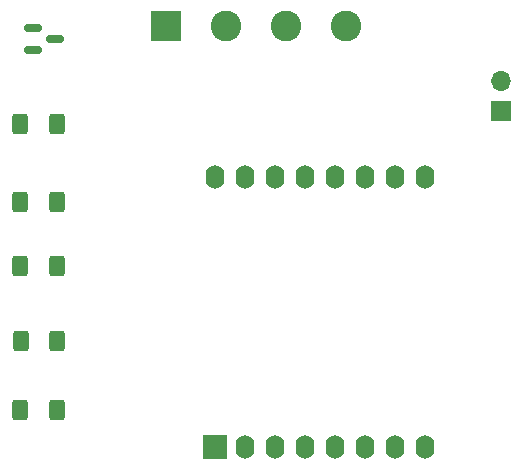
<source format=gts>
G04 #@! TF.GenerationSoftware,KiCad,Pcbnew,6.0.11+dfsg-1*
G04 #@! TF.CreationDate,2023-05-14T21:59:00-06:00*
G04 #@! TF.ProjectId,dsc-arduino-interface,6473632d-6172-4647-9569-6e6f2d696e74,rev?*
G04 #@! TF.SameCoordinates,Original*
G04 #@! TF.FileFunction,Soldermask,Top*
G04 #@! TF.FilePolarity,Negative*
%FSLAX46Y46*%
G04 Gerber Fmt 4.6, Leading zero omitted, Abs format (unit mm)*
G04 Created by KiCad (PCBNEW 6.0.11+dfsg-1) date 2023-05-14 21:59:00*
%MOMM*%
%LPD*%
G01*
G04 APERTURE LIST*
G04 Aperture macros list*
%AMRoundRect*
0 Rectangle with rounded corners*
0 $1 Rounding radius*
0 $2 $3 $4 $5 $6 $7 $8 $9 X,Y pos of 4 corners*
0 Add a 4 corners polygon primitive as box body*
4,1,4,$2,$3,$4,$5,$6,$7,$8,$9,$2,$3,0*
0 Add four circle primitives for the rounded corners*
1,1,$1+$1,$2,$3*
1,1,$1+$1,$4,$5*
1,1,$1+$1,$6,$7*
1,1,$1+$1,$8,$9*
0 Add four rect primitives between the rounded corners*
20,1,$1+$1,$2,$3,$4,$5,0*
20,1,$1+$1,$4,$5,$6,$7,0*
20,1,$1+$1,$6,$7,$8,$9,0*
20,1,$1+$1,$8,$9,$2,$3,0*%
G04 Aperture macros list end*
%ADD10RoundRect,0.150000X-0.587500X-0.150000X0.587500X-0.150000X0.587500X0.150000X-0.587500X0.150000X0*%
%ADD11RoundRect,0.250000X0.400000X0.625000X-0.400000X0.625000X-0.400000X-0.625000X0.400000X-0.625000X0*%
%ADD12RoundRect,0.250000X-0.400000X-0.625000X0.400000X-0.625000X0.400000X0.625000X-0.400000X0.625000X0*%
%ADD13R,2.000000X2.000000*%
%ADD14O,1.600000X2.000000*%
%ADD15C,2.600000*%
%ADD16R,2.600000X2.600000*%
%ADD17R,1.700000X1.700000*%
%ADD18O,1.700000X1.700000*%
G04 APERTURE END LIST*
D10*
X86725000Y-55250000D03*
X86725000Y-57150000D03*
X88600000Y-56200000D03*
D11*
X88750000Y-75400000D03*
X85650000Y-75400000D03*
X88750000Y-87600000D03*
X85650000Y-87600000D03*
D12*
X85650000Y-70000000D03*
X88750000Y-70000000D03*
D13*
X102110000Y-90745000D03*
D14*
X104650000Y-90745000D03*
X107190000Y-90745000D03*
X109730000Y-90745000D03*
X112270000Y-90745000D03*
X114810000Y-90745000D03*
X117350000Y-90745000D03*
X119890000Y-90745000D03*
X119890000Y-67885000D03*
X117350000Y-67885000D03*
X114810000Y-67885000D03*
X112270000Y-67885000D03*
X109730000Y-67885000D03*
X107190000Y-67885000D03*
X104650000Y-67885000D03*
X102110000Y-67885000D03*
D15*
X113220000Y-55105000D03*
X108140000Y-55105000D03*
X103060000Y-55105000D03*
D16*
X97980000Y-55105000D03*
D12*
X85700000Y-81800000D03*
X88800000Y-81800000D03*
X85650000Y-63400000D03*
X88750000Y-63400000D03*
D17*
X126400000Y-62275000D03*
D18*
X126400000Y-59735000D03*
M02*

</source>
